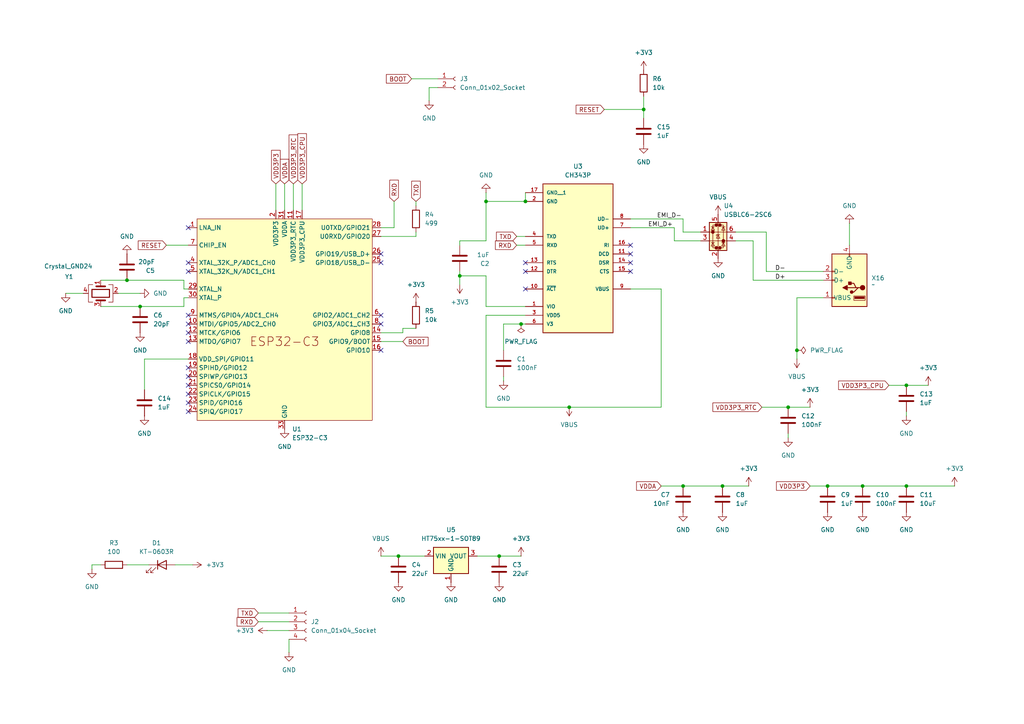
<source format=kicad_sch>
(kicad_sch (version 20231120) (generator "eeschema") (generator_version "8.0")
  (paper "A4")
  (lib_symbols
    (symbol "Connector:Conn_01x02_Socket" (pin_names (offset 1.016) hide)
      (property "Reference" "J" (at 0 2.54 0))
      (property "Value" "Conn_01x02_Socket" (at 0 -5.08 0))
      (symbol "Conn_01x02_Socket_1_1"
        (arc (start 0 -2.032) (mid -0.5058 -2.54) (end 0 -3.048) (stroke (width 0.1524)))
        (polyline (pts (xy -1.27 -2.54) (xy -0.508 -2.54)) (stroke (width 0.1524)))
        (polyline (pts (xy -1.27 0) (xy -0.508 0)) (stroke (width 0.1524)))
        (arc (start 0 0.508) (mid -0.5058 0) (end 0 -0.508) (stroke (width 0.1524)))
        (pin passive line (at -5.08 0 0) (length 3.81) (name "Pin_1") (number "1"))
        (pin passive line (at -5.08 -2.54 0) (length 3.81) (name "Pin_2") (number "2"))
      )
    )
    (symbol "Connector:Conn_01x04_Socket" (pin_names (offset 1.016) hide)
      (property "Reference" "J" (at 0 5.08 0))
      (property "Value" "Conn_01x04_Socket" (at 0 -7.62 0))
      (symbol "Conn_01x04_Socket_1_1"
        (arc (start 0 -4.572) (mid -0.5058 -5.08) (end 0 -5.588) (stroke (width 0.1524)))
        (arc (start 0 -2.032) (mid -0.5058 -2.54) (end 0 -3.048) (stroke (width 0.1524)))
        (polyline (pts (xy -1.27 -5.08) (xy -0.508 -5.08)) (stroke (width 0.1524)))
        (polyline (pts (xy -1.27 -2.54) (xy -0.508 -2.54)) (stroke (width 0.1524)))
        (polyline (pts (xy -1.27 0) (xy -0.508 0)) (stroke (width 0.1524)))
        (polyline (pts (xy -1.27 2.54) (xy -0.508 2.54)) (stroke (width 0.1524)))
        (arc (start 0 0.508) (mid -0.5058 0) (end 0 -0.508) (stroke (width 0.1524)))
        (arc (start 0 3.048) (mid -0.5058 2.54) (end 0 2.032) (stroke (width 0.1524)))
        (pin passive line (at -5.08 2.54 0) (length 3.81) (name "Pin_1") (number "1"))
        (pin passive line (at -5.08 0 0) (length 3.81) (name "Pin_2") (number "2"))
        (pin passive line (at -5.08 -2.54 0) (length 3.81) (name "Pin_3") (number "3"))
        (pin passive line (at -5.08 -5.08 0) (length 3.81) (name "Pin_4") (number "4"))
      )
    )
    (symbol "Device:C" (pin_numbers hide) (pin_names (offset 0.254))
      (property "Reference" "C" (at 0.635 2.54 0))
      (property "Value" "C" (at 0.635 -2.54 0))
      (symbol "C_0_1"
        (polyline (pts (xy -2.032 -0.762) (xy 2.032 -0.762)) (stroke (width 0.508)))
        (polyline (pts (xy -2.032 0.762) (xy 2.032 0.762)) (stroke (width 0.508)))
      )
      (symbol "C_1_1"
        (pin passive line (at 0 3.81 270) (length 2.794) (name "~") (number "1"))
        (pin passive line (at 0 -3.81 90) (length 2.794) (name "~") (number "2"))
      )
    )
    (symbol "Device:Crystal_GND24" (pin_names (offset 1.016) hide)
      (property "Reference" "Y" (at 3.175 5.08 0))
      (property "Value" "Crystal_GND24" (at 3.175 3.175 0))
      (symbol "Crystal_GND24_0_1"
        (rectangle (start -1.143 2.54) (end 1.143 -2.54) (stroke (width 0.3048)))
        (polyline (pts (xy -2.54 0) (xy -2.032 0)))
        (polyline (pts (xy -2.032 -1.27) (xy -2.032 1.27)) (stroke (width 0.508)))
        (polyline (pts (xy 0 -3.81) (xy 0 -3.556)))
        (polyline (pts (xy 0 3.556) (xy 0 3.81)))
        (polyline (pts (xy 2.032 -1.27) (xy 2.032 1.27)) (stroke (width 0.508)))
        (polyline (pts (xy 2.032 0) (xy 2.54 0)))
        (polyline (pts (xy -2.54 -2.286) (xy -2.54 -3.556) (xy 2.54 -3.556) (xy 2.54 -2.286)))
        (polyline (pts (xy -2.54 2.286) (xy -2.54 3.556) (xy 2.54 3.556) (xy 2.54 2.286)))
      )
      (symbol "Crystal_GND24_1_1"
        (pin passive line (at -3.81 0 0) (length 1.27) (name "1") (number "1"))
        (pin passive line (at 0 5.08 270) (length 1.27) (name "2") (number "2"))
        (pin passive line (at 3.81 0 180) (length 1.27) (name "3") (number "3"))
        (pin passive line (at 0 -5.08 90) (length 1.27) (name "4") (number "4"))
      )
    )
    (symbol "Device:LED" (pin_numbers hide) (pin_names (offset 1.016) hide)
      (property "Reference" "D" (at 0 2.54 0))
      (property "Value" "LED" (at 0 -2.54 0))
      (symbol "LED_0_1"
        (polyline (pts (xy -1.27 -1.27) (xy -1.27 1.27)) (stroke (width 0.254)))
        (polyline (pts (xy -1.27 0) (xy 1.27 0)))
        (polyline (pts (xy 1.27 -1.27) (xy 1.27 1.27) (xy -1.27 0) (xy 1.27 -1.27)) (stroke (width 0.254)))
        (polyline (pts (xy -3.048 -0.762) (xy -4.572 -2.286) (xy -3.81 -2.286) (xy -4.572 -2.286) (xy -4.572 -1.524)))
        (polyline (pts (xy -1.778 -0.762) (xy -3.302 -2.286) (xy -2.54 -2.286) (xy -3.302 -2.286) (xy -3.302 -1.524)))
      )
      (symbol "LED_1_1"
        (pin passive line (at -3.81 0 0) (length 2.54) (name "K") (number "1"))
        (pin passive line (at 3.81 0 180) (length 2.54) (name "A") (number "2"))
      )
    )
    (symbol "Device:R" (pin_numbers hide) (pin_names (offset 0))
      (property "Reference" "R" (at 2.032 0 90))
      (property "Value" "R" (at 0 0 90))
      (symbol "R_0_1"
        (rectangle (start -1.016 -2.54) (end 1.016 2.54) (stroke (width 0.254)))
      )
      (symbol "R_1_1"
        (pin passive line (at 0 3.81 270) (length 1.27) (name "~") (number "1"))
        (pin passive line (at 0 -3.81 90) (length 1.27) (name "~") (number "2"))
      )
    )
    (symbol "Misc:USB_C_Connector"
      (property "Reference" "C" (at 0 0 0))
      (symbol "USB_C_Connector_0_1"
        (rectangle (start -19.05 3.81) (end -8.89 19.05) (stroke (width 0.254)) (fill (type background)))
        (circle (center -17.78 13.589) (radius 0.635) (stroke (width 0.254)) (fill (type outline)))
        (rectangle (start -15.494 16.256) (end -18.288 16.764) (fill (type outline)))
        (rectangle (start -15.24 16.002) (end -18.542 17.272))
        (circle (center -14.605 14.859) (radius 0.381) (stroke (width 0.254)) (fill (type outline)))
        (rectangle (start -14.097 3.81) (end -13.843 4.572))
        (rectangle (start -13.716 12.7) (end -14.478 11.938) (stroke (width 0.254)) (fill (type outline)))
        (rectangle (start -8.89 8.763) (end -9.652 9.017))
        (rectangle (start -8.89 11.303) (end -9.652 11.557))
        (rectangle (start -8.89 16.383) (end -9.652 16.637))
        (polyline (pts (xy -17.145 13.589) (xy -16.51 13.589) (xy -15.24 14.859) (xy -14.605 14.859)) (stroke (width 0.254)))
        (polyline (pts (xy -16.51 13.589) (xy -15.875 13.589) (xy -15.24 12.319) (xy -13.97 12.319)) (stroke (width 0.254)))
        (polyline (pts (xy -13.335 14.224) (xy -13.335 12.954) (xy -12.065 13.589) (xy -13.335 14.224)) (stroke (width 0.254)) (fill (type outline)))
      )
      (symbol "USB_C_Connector_1_1"
        (polyline (pts (xy -15.875 13.589) (xy -13.335 13.589)) (stroke (width 0.254)))
        (pin power_in line (at -6.35 16.51 180) (length 2.54) (name "VBUS") (number "1"))
        (pin bidirectional line (at -6.35 8.89 180) (length 2.54) (name "D-") (number "2"))
        (pin bidirectional line (at -6.35 11.43 180) (length 2.54) (name "D+") (number "3"))
        (pin power_in line (at -13.97 1.27 90) (length 2.54) (name "GND") (number "4"))
      )
    )
    (symbol "PCM_CH343P:CH343P" (pin_names (offset 1.016))
      (property "Reference" "U" (at -10.16 21.082 0))
      (property "Value" "CH343P" (at -10.16 -25.4 0))
      (symbol "CH343P_0_0"
        (rectangle (start -10.16 -22.86) (end 10.16 20.32) (stroke (width 0.254)) (fill (type background)))
        (pin power_in line (at 15.24 12.7 180) (length 5.08) (name "VIO") (number "1"))
        (pin output line (at 15.24 7.62 180) (length 5.08) (name "~{ACT}") (number "10"))
        (pin input line (at -15.24 -2.54 0) (length 5.08) (name "DCD") (number "11"))
        (pin output line (at 15.24 2.54 180) (length 5.08) (name "DTR") (number "12"))
        (pin output line (at 15.24 0 180) (length 5.08) (name "RTS") (number "13"))
        (pin input line (at -15.24 0 0) (length 5.08) (name "DSR") (number "14"))
        (pin input line (at -15.24 2.54 0) (length 5.08) (name "CTS") (number "15"))
        (pin input line (at -15.24 -5.08 0) (length 5.08) (name "RI") (number "16"))
        (pin power_in line (at 15.24 -20.32 180) (length 5.08) (name "GND__1") (number "17"))
        (pin power_in line (at 15.24 -17.78 180) (length 5.08) (name "GND") (number "2"))
        (pin power_in line (at 15.24 15.24 180) (length 5.08) (name "VDD5") (number "3"))
        (pin output line (at 15.24 -7.62 180) (length 5.08) (name "TXD") (number "4"))
        (pin input line (at 15.24 -5.08 180) (length 5.08) (name "RXD") (number "5"))
        (pin power_in line (at 15.24 17.78 180) (length 5.08) (name "V3") (number "6"))
        (pin bidirectional line (at -15.24 -10.16 0) (length 5.08) (name "UD+") (number "7"))
        (pin bidirectional line (at -15.24 -12.7 0) (length 5.08) (name "UD-") (number "8"))
        (pin input line (at -15.24 7.62 0) (length 5.08) (name "VBUS") (number "9"))
      )
    )
    (symbol "PCM_Espressif:ESP32-C3"
      (property "Reference" "U" (at -25.4 35.56 0))
      (property "Value" "ESP32-C3" (at -25.4 33.02 0))
      (symbol "ESP32-C3_0_0"
        (text "ESP32-C3" (at 0 -5.08 0) (effects (font (size 2.54 2.54))))
        (pin bidirectional line (at -27.94 27.94 0) (length 2.54) (name "LNA_IN") (number "1"))
        (pin bidirectional line (at -27.94 0 0) (length 2.54) (name "MTDI/GPIO5/ADC2_CH0") (number "10"))
        (pin power_in line (at 2.54 33.02 270) (length 2.54) (name "VDD3P3_RTC") (number "11"))
        (pin bidirectional line (at -27.94 -2.54 0) (length 2.54) (name "MTCK/GPIO6") (number "12"))
        (pin bidirectional line (at -27.94 -5.08 0) (length 2.54) (name "MTDO/GPIO7") (number "13"))
        (pin bidirectional line (at 27.94 -2.54 180) (length 2.54) (name "GPIO8") (number "14"))
        (pin bidirectional line (at 27.94 -5.08 180) (length 2.54) (name "GPIO9/BOOT") (number "15"))
        (pin bidirectional line (at 27.94 -7.62 180) (length 2.54) (name "GPIO10") (number "16"))
        (pin power_in line (at 5.08 33.02 270) (length 2.54) (name "VDD3P3_CPU") (number "17"))
        (pin bidirectional line (at -27.94 -10.16 0) (length 2.54) (name "VDD_SPI/GPIO11") (number "18"))
        (pin bidirectional line (at -27.94 -12.7 0) (length 2.54) (name "SPIHD/GPIO12") (number "19"))
        (pin power_in line (at -2.54 33.02 270) (length 2.54) (name "VDD3P3") (number "2"))
        (pin bidirectional line (at -27.94 -15.24 0) (length 2.54) (name "SPIWP/GPIO13") (number "20"))
        (pin bidirectional line (at -27.94 -17.78 0) (length 2.54) (name "SPICS0/GPIO14") (number "21"))
        (pin bidirectional line (at -27.94 -20.32 0) (length 2.54) (name "SPICLK/GPIO15") (number "22"))
        (pin bidirectional line (at -27.94 -22.86 0) (length 2.54) (name "SPID/GPIO16") (number "23"))
        (pin bidirectional line (at -27.94 -25.4 0) (length 2.54) (name "SPIQ/GPIO17") (number "24"))
        (pin bidirectional line (at 27.94 17.78 180) (length 2.54) (name "GPIO18/USB_D-") (number "25"))
        (pin bidirectional line (at 27.94 20.32 180) (length 2.54) (name "GPIO19/USB_D+") (number "26"))
        (pin bidirectional line (at 27.94 25.4 180) (length 2.54) (name "U0RXD/GPIO20") (number "27"))
        (pin bidirectional line (at 27.94 27.94 180) (length 2.54) (name "U0TXD/GPIO21") (number "28"))
        (pin output line (at -27.94 10.16 0) (length 2.54) (name "XTAL_N") (number "29"))
        (pin input line (at -27.94 7.62 0) (length 2.54) (name "XTAL_P") (number "30"))
        (pin power_in line (at 0 33.02 270) (length 2.54) (name "VDDA") (number "31"))
        (pin power_in line (at 0 -30.48 90) (length 2.54) (name "GND") (number "33"))
        (pin output line (at -27.94 17.78 0) (length 2.54) (name "XTAL_32K_P/ADC1_CH0") (number "4"))
        (pin input line (at -27.94 15.24 0) (length 2.54) (name "XTAL_32K_N/ADC1_CH1") (number "5"))
        (pin bidirectional line (at 27.94 2.54 180) (length 2.54) (name "GPIO2/ADC1_CH2") (number "6"))
        (pin input line (at -27.94 22.86 0) (length 2.54) (name "CHIP_EN") (number "7"))
        (pin bidirectional line (at 27.94 0 180) (length 2.54) (name "GPIO3/ADC1_CH3") (number "8"))
        (pin bidirectional line (at -27.94 2.54 0) (length 2.54) (name "MTMS/GPIO4/ADC1_CH4") (number "9"))
      )
      (symbol "ESP32-C3_0_1"
        (rectangle (start -25.4 30.48) (end 25.4 -27.94) (fill (type background)))
        (pin passive line (at -2.54 33.02 270) (length 2.54) hide (name "VDD3P3") (number "3"))
        (pin passive line (at 0 33.02 270) (length 2.54) hide (name "VDDA") (number "32"))
      )
    )
    (symbol "Power_Protection:USBLC6-2SC6" (pin_names hide)
      (property "Reference" "U" (at 0.635 5.715 0))
      (property "Value" "USBLC6-2SC6" (at 0.635 3.81 0))
      (symbol "USBLC6-2SC6_0_0"
        (circle (center -1.524 0) (radius 0.0001) (stroke (width 0.508)))
        (circle (center -0.508 -4.572) (radius 0.0001) (stroke (width 0.508)))
        (circle (center -0.508 2.032) (radius 0.0001) (stroke (width 0.508)))
        (circle (center 0.508 -4.572) (radius 0.0001) (stroke (width 0.508)))
        (circle (center 0.508 2.032) (radius 0.0001) (stroke (width 0.508)))
        (circle (center 1.524 -2.54) (radius 0.0001) (stroke (width 0.508)))
      )
      (symbol "USBLC6-2SC6_0_1"
        (polyline (pts (xy -2.54 -2.54) (xy 2.54 -2.54)))
        (polyline (pts (xy -2.54 0) (xy 2.54 0)))
        (polyline (pts (xy -2.032 -3.048) (xy -1.016 -3.048)))
        (polyline (pts (xy -1.016 1.524) (xy -2.032 1.524)))
        (polyline (pts (xy 1.016 -3.048) (xy 2.032 -3.048)))
        (polyline (pts (xy 1.016 1.524) (xy 2.032 1.524)))
        (polyline (pts (xy -0.508 -1.143) (xy -0.508 -0.762) (xy 0.508 -0.762)))
        (polyline (pts (xy -2.032 0.508) (xy -1.016 0.508) (xy -1.524 1.524) (xy -2.032 0.508)))
        (polyline (pts (xy -1.016 -4.064) (xy -2.032 -4.064) (xy -1.524 -3.048) (xy -1.016 -4.064)))
        (polyline (pts (xy 0.508 -1.778) (xy -0.508 -1.778) (xy 0 -0.762) (xy 0.508 -1.778)))
        (polyline (pts (xy 2.032 -4.064) (xy 1.016 -4.064) (xy 1.524 -3.048) (xy 2.032 -4.064)))
        (polyline (pts (xy 2.032 0.508) (xy 1.016 0.508) (xy 1.524 1.524) (xy 2.032 0.508)))
        (polyline (pts (xy 0 2.54) (xy -0.508 2.032) (xy 0.508 2.032) (xy 0 1.524) (xy 0 -4.064) (xy -0.508 -4.572) (xy 0.508 -4.572) (xy 0 -5.08)))
      )
      (symbol "USBLC6-2SC6_1_1"
        (rectangle (start -2.54 2.794) (end 2.54 -5.334) (stroke (width 0.254)) (fill (type background)))
        (polyline (pts (xy -0.508 2.032) (xy -1.524 2.032) (xy -1.524 -4.572) (xy -0.508 -4.572)))
        (polyline (pts (xy 0.508 -4.572) (xy 1.524 -4.572) (xy 1.524 2.032) (xy 0.508 2.032)))
        (pin passive line (at -5.08 0 0) (length 2.54) (name "I/O1") (number "1"))
        (pin passive line (at 0 -7.62 90) (length 2.54) (name "GND") (number "2"))
        (pin passive line (at -5.08 -2.54 0) (length 2.54) (name "I/O2") (number "3"))
        (pin passive line (at 5.08 -2.54 180) (length 2.54) (name "I/O2") (number "4"))
        (pin passive line (at 0 5.08 270) (length 2.54) (name "VBUS") (number "5"))
        (pin passive line (at 5.08 0 180) (length 2.54) (name "I/O1") (number "6"))
      )
    )
    (symbol "Regulator_Linear:HT75xx-1-SOT89"
      (property "Reference" "U" (at -5.08 -3.81 0))
      (property "Value" "HT75xx-1-SOT89" (at 0 6.35 0))
      (symbol "HT75xx-1-SOT89_0_1"
        (rectangle (start -5.08 5.08) (end 5.08 -2.54) (stroke (width 0.254)) (fill (type background)))
      )
      (symbol "HT75xx-1-SOT89_1_1"
        (pin power_in line (at 0 -5.08 90) (length 2.54) (name "GND") (number "1"))
        (pin power_in line (at -7.62 2.54 0) (length 2.54) (name "VIN") (number "2"))
        (pin power_out line (at 7.62 2.54 180) (length 2.54) (name "VOUT") (number "3"))
      )
    )
    (symbol "power:+3V3" (power) (pin_numbers hide) (pin_names (offset 0) hide)
      (property "Value" "+3V3" (at 0 3.556 0))
      (symbol "+3V3_0_1"
        (polyline (pts (xy -0.762 1.27) (xy 0 2.54)))
        (polyline (pts (xy 0 0) (xy 0 2.54)))
        (polyline (pts (xy 0 2.54) (xy 0.762 1.27)))
      )
      (symbol "+3V3_1_1"
        (pin power_in line (at 0 0 90) (length 0) (name "~") (number "1"))
      )
    )
    (symbol "power:+5V" (power) (pin_numbers hide) (pin_names (offset 0) hide)
      (property "Value" "+5V" (at 0 3.556 0))
      (symbol "+5V_0_1"
        (polyline (pts (xy -0.762 1.27) (xy 0 2.54)))
        (polyline (pts (xy 0 0) (xy 0 2.54)))
        (polyline (pts (xy 0 2.54) (xy 0.762 1.27)))
      )
      (symbol "+5V_1_1"
        (pin power_in line (at 0 0 90) (length 0) (name "~") (number "1"))
      )
    )
    (symbol "power:GND" (power) (pin_numbers hide) (pin_names (offset 0) hide)
      (property "Value" "GND" (at 0 -3.81 0))
      (symbol "GND_0_1"
        (polyline (pts (xy 0 0) (xy 0 -1.27) (xy 1.27 -1.27) (xy 0 -2.54) (xy -1.27 -1.27) (xy 0 -1.27)))
      )
      (symbol "GND_1_1"
        (pin power_in line (at 0 0 270) (length 0) (name "~") (number "1"))
      )
    )
    (symbol "power:PWR_FLAG" (power) (pin_numbers hide) (pin_names (offset 0) hide)
      (property "Value" "PWR_FLAG" (at 0 3.81 0))
      (symbol "PWR_FLAG_0_0"
        (pin power_out line (at 0 0 90) (length 0) (name "~") (number "1"))
      )
      (symbol "PWR_FLAG_0_1"
        (polyline (pts (xy 0 0) (xy 0 1.27) (xy -1.016 1.905) (xy 0 2.54) (xy 1.016 1.905) (xy 0 1.27)))
      )
    )
    (symbol "power:VBUS" (power) (pin_numbers hide) (pin_names (offset 0) hide)
      (property "Value" "VBUS" (at 0 3.556 0))
      (symbol "VBUS_0_1"
        (polyline (pts (xy -0.762 1.27) (xy 0 2.54)))
        (polyline (pts (xy 0 0) (xy 0 2.54)))
        (polyline (pts (xy 0 2.54) (xy 0.762 1.27)))
      )
      (symbol "VBUS_1_1"
        (pin power_in line (at 0 0 90) (length 0) (name "~") (number "1"))
      )
    )
  )
  (junction (at 209.55 140.97))
  (junction (at 228.6 118.11))
  (junction (at 262.89 111.76))
  (junction (at 165.1 118.11))
  (junction (at 40.64 88.9))
  (junction (at 144.78 161.29))
  (junction (at 250.19 140.97))
  (junction (at 133.35 80.01))
  (junction (at 115.57 161.29))
  (junction (at 152.4 58.42))
  (junction (at 231.14 101.6))
  (junction (at 186.69 31.75))
  (junction (at 151.13 93.98))
  (junction (at 36.83 81.28))
  (junction (at 262.89 140.97))
  (junction (at 240.03 140.97))
  (junction (at 198.12 140.97))
  (junction (at 140.97 58.42))
  (no_connect (at 54.61 114.3))
  (no_connect (at 110.49 91.44))
  (no_connect (at 182.88 71.12))
  (no_connect (at 152.4 83.82))
  (no_connect (at 54.61 111.76))
  (no_connect (at 152.4 78.74))
  (no_connect (at 54.61 91.44))
  (no_connect (at 54.61 66.04))
  (no_connect (at 54.61 119.38))
  (no_connect (at 54.61 78.74))
  (no_connect (at 54.61 96.52))
  (no_connect (at 110.49 73.66))
  (no_connect (at 54.61 106.68))
  (no_connect (at 54.61 76.2))
  (no_connect (at 54.61 99.06))
  (no_connect (at 54.61 116.84))
  (no_connect (at 182.88 76.2))
  (no_connect (at 182.88 78.74))
  (no_connect (at 54.61 109.22))
  (no_connect (at 110.49 76.2))
  (no_connect (at 110.49 101.6))
  (no_connect (at 54.61 93.98))
  (no_connect (at 182.88 73.66))
  (no_connect (at 152.4 76.2))
  (no_connect (at 110.49 93.98))
  (wire (pts (xy 198.12 67.31) (xy 203.2 67.31)))
  (wire (pts (xy 218.44 69.85) (xy 218.44 81.28)))
  (wire (pts (xy 133.35 80.01) (xy 133.35 78.74)))
  (wire (pts (xy 133.35 69.85) (xy 133.35 71.12)))
  (wire (pts (xy 133.35 82.55) (xy 133.35 80.01)))
  (wire (pts (xy 152.4 55.88) (xy 152.4 58.42)))
  (wire (pts (xy 218.44 81.28) (xy 238.76 81.28)))
  (wire (pts (xy 80.01 53.34) (xy 80.01 60.96)))
  (wire (pts (xy 127 25.4) (xy 124.46 25.4)))
  (wire (pts (xy 110.49 96.52) (xy 116.84 96.52)))
  (wire (pts (xy 151.13 93.98) (xy 152.4 93.98)))
  (wire (pts (xy 120.65 68.58) (xy 120.65 67.31)))
  (wire (pts (xy 144.78 161.29) (xy 151.13 161.29)))
  (wire (pts (xy 191.77 118.11) (xy 191.77 83.82)))
  (wire (pts (xy 186.69 31.75) (xy 186.69 27.94)))
  (wire (pts (xy 238.76 78.74) (xy 222.25 78.74)))
  (wire (pts (xy 40.64 88.9) (xy 53.34 88.9)))
  (wire (pts (xy 36.83 81.28) (xy 53.34 81.28)))
  (wire (pts (xy 116.84 95.25) (xy 120.65 95.25)))
  (wire (pts (xy 203.2 69.85) (xy 195.58 69.85)))
  (wire (pts (xy 209.55 140.97) (xy 217.17 140.97)))
  (wire (pts (xy 140.97 69.85) (xy 140.97 58.42)))
  (wire (pts (xy 191.77 83.82) (xy 182.88 83.82)))
  (wire (pts (xy 116.84 96.52) (xy 116.84 95.25)))
  (wire (pts (xy 231.14 86.36) (xy 231.14 101.6)))
  (wire (pts (xy 50.8 163.83) (xy 55.88 163.83)))
  (wire (pts (xy 74.93 180.34) (xy 83.82 180.34)))
  (wire (pts (xy 110.49 68.58) (xy 120.65 68.58)))
  (wire (pts (xy 54.61 104.14) (xy 41.91 104.14)))
  (wire (pts (xy 140.97 55.88) (xy 140.97 58.42)))
  (wire (pts (xy 140.97 118.11) (xy 165.1 118.11)))
  (wire (pts (xy 222.25 78.74) (xy 222.25 67.31)))
  (wire (pts (xy 119.38 22.86) (xy 127 22.86)))
  (wire (pts (xy 24.13 85.09) (xy 19.05 85.09)))
  (wire (pts (xy 250.19 140.97) (xy 262.89 140.97)))
  (wire (pts (xy 149.86 68.58) (xy 152.4 68.58)))
  (wire (pts (xy 53.34 83.82) (xy 54.61 83.82)))
  (wire (pts (xy 29.21 81.28) (xy 36.83 81.28)))
  (wire (pts (xy 186.69 31.75) (xy 186.69 34.29)))
  (wire (pts (xy 182.88 63.5) (xy 198.12 63.5)))
  (wire (pts (xy 53.34 88.9) (xy 53.34 86.36)))
  (wire (pts (xy 257.81 111.76) (xy 262.89 111.76)))
  (wire (pts (xy 77.47 182.88) (xy 83.82 182.88)))
  (wire (pts (xy 53.34 81.28) (xy 53.34 83.82)))
  (wire (pts (xy 53.34 86.36) (xy 54.61 86.36)))
  (wire (pts (xy 234.95 140.97) (xy 240.03 140.97)))
  (wire (pts (xy 110.49 161.29) (xy 115.57 161.29)))
  (wire (pts (xy 218.44 69.85) (xy 213.36 69.85)))
  (wire (pts (xy 262.89 140.97) (xy 276.86 140.97)))
  (wire (pts (xy 140.97 58.42) (xy 152.4 58.42)))
  (wire (pts (xy 140.97 91.44) (xy 140.97 118.11)))
  (wire (pts (xy 82.55 53.34) (xy 82.55 60.96)))
  (wire (pts (xy 138.43 161.29) (xy 144.78 161.29)))
  (wire (pts (xy 115.57 161.29) (xy 123.19 161.29)))
  (wire (pts (xy 26.67 163.83) (xy 26.67 165.1)))
  (wire (pts (xy 110.49 99.06) (xy 116.84 99.06)))
  (wire (pts (xy 238.76 86.36) (xy 231.14 86.36)))
  (wire (pts (xy 41.91 104.14) (xy 41.91 113.03)))
  (wire (pts (xy 191.77 140.97) (xy 198.12 140.97)))
  (wire (pts (xy 228.6 118.11) (xy 234.95 118.11)))
  (wire (pts (xy 146.05 93.98) (xy 151.13 93.98)))
  (wire (pts (xy 83.82 185.42) (xy 83.82 189.23)))
  (wire (pts (xy 240.03 140.97) (xy 250.19 140.97)))
  (wire (pts (xy 140.97 88.9) (xy 140.97 80.01)))
  (wire (pts (xy 48.26 71.12) (xy 54.61 71.12)))
  (wire (pts (xy 36.83 163.83) (xy 43.18 163.83)))
  (wire (pts (xy 85.09 53.34) (xy 85.09 60.96)))
  (wire (pts (xy 198.12 140.97) (xy 209.55 140.97)))
  (wire (pts (xy 262.89 119.38) (xy 262.89 120.65)))
  (wire (pts (xy 246.38 64.77) (xy 246.38 71.12)))
  (wire (pts (xy 152.4 91.44) (xy 140.97 91.44)))
  (wire (pts (xy 175.26 31.75) (xy 186.69 31.75)))
  (wire (pts (xy 87.63 53.34) (xy 87.63 60.96)))
  (wire (pts (xy 228.6 125.73) (xy 228.6 127)))
  (wire (pts (xy 114.3 58.42) (xy 114.3 66.04)))
  (wire (pts (xy 133.35 69.85) (xy 140.97 69.85)))
  (wire (pts (xy 140.97 80.01) (xy 133.35 80.01)))
  (wire (pts (xy 29.21 88.9) (xy 40.64 88.9)))
  (wire (pts (xy 40.64 85.09) (xy 34.29 85.09)))
  (wire (pts (xy 149.86 71.12) (xy 152.4 71.12)))
  (wire (pts (xy 124.46 25.4) (xy 124.46 29.21)))
  (wire (pts (xy 222.25 67.31) (xy 213.36 67.31)))
  (wire (pts (xy 120.65 59.69) (xy 120.65 58.42)))
  (wire (pts (xy 182.88 66.04) (xy 195.58 66.04)))
  (wire (pts (xy 165.1 118.11) (xy 191.77 118.11)))
  (wire (pts (xy 146.05 109.22) (xy 146.05 110.49)))
  (wire (pts (xy 262.89 111.76) (xy 269.24 111.76)))
  (wire (pts (xy 114.3 66.04) (xy 110.49 66.04)))
  (wire (pts (xy 146.05 101.6) (xy 146.05 93.98)))
  (wire (pts (xy 152.4 88.9) (xy 140.97 88.9)))
  (wire (pts (xy 29.21 163.83) (xy 26.67 163.83)))
  (wire (pts (xy 74.93 177.8) (xy 83.82 177.8)))
  (wire (pts (xy 198.12 63.5) (xy 198.12 67.31)))
  (wire (pts (xy 195.58 69.85) (xy 195.58 66.04)))
  (wire (pts (xy 231.14 104.14) (xy 231.14 101.6)))
  (wire (pts (xy 220.98 118.11) (xy 228.6 118.11)))
  (label "EMI_D+" (at 187.96 66.04 0))
  (label "EMI_D-" (at 190.5 63.5 0))
  (label "D-" (at 224.79 78.74 0))
  (label "D+" (at 224.79 81.28 0))
  (global_label "VDD3P3_CPU" (shape input) (at 257.81 111.76 180) (property "Intersheetrefs" "${INTERSHEET_REFS}" (effects (hide yes))))
  (global_label "RXD" (shape input) (at 114.3 58.42 90) (property "Intersheetrefs" "${INTERSHEET_REFS}" (effects (hide yes))))
  (global_label "TXD" (shape input) (at 120.65 58.42 90) (property "Intersheetrefs" "${INTERSHEET_REFS}" (effects (hide yes))))
  (global_label "RESET" (shape input) (at 175.26 31.75 180) (property "Intersheetrefs" "${INTERSHEET_REFS}" (effects (hide yes))))
  (global_label "VDD3P3_RTC" (shape input) (at 220.98 118.11 180) (property "Intersheetrefs" "${INTERSHEET_REFS}" (effects (hide yes))))
  (global_label "VDD3P3_RTC" (shape input) (at 85.09 53.34 90) (property "Intersheetrefs" "${INTERSHEET_REFS}" (effects (hide yes))))
  (global_label "BOOT" (shape input) (at 116.84 99.06 0) (property "Intersheetrefs" "${INTERSHEET_REFS}" (effects (hide yes))))
  (global_label "RESET" (shape input) (at 48.26 71.12 180) (property "Intersheetrefs" "${INTERSHEET_REFS}" (effects (hide yes))))
  (global_label "VDDA" (shape input) (at 191.77 140.97 180) (property "Intersheetrefs" "${INTERSHEET_REFS}" (effects (hide yes))))
  (global_label "BOOT" (shape input) (at 119.38 22.86 180) (property "Intersheetrefs" "${INTERSHEET_REFS}" (effects (hide yes))))
  (global_label "VDD3P3_CPU" (shape input) (at 87.63 53.34 90) (property "Intersheetrefs" "${INTERSHEET_REFS}" (effects (hide yes))))
  (global_label "VDD3P3" (shape input) (at 234.95 140.97 180) (property "Intersheetrefs" "${INTERSHEET_REFS}" (effects (hide yes))))
  (global_label "TXD" (shape input) (at 74.93 177.8 180) (property "Intersheetrefs" "${INTERSHEET_REFS}" (effects (hide yes))))
  (global_label "TXD" (shape input) (at 149.86 68.58 180) (property "Intersheetrefs" "${INTERSHEET_REFS}" (effects (hide yes))))
  (global_label "RXD" (shape input) (at 149.86 71.12 180) (property "Intersheetrefs" "${INTERSHEET_REFS}" (effects (hide yes))))
  (global_label "VDDA" (shape input) (at 82.55 53.34 90) (property "Intersheetrefs" "${INTERSHEET_REFS}" (effects (hide yes))))
  (global_label "VDD3P3" (shape input) (at 80.01 53.34 90) (property "Intersheetrefs" "${INTERSHEET_REFS}" (effects (hide yes))))
  (global_label "RXD" (shape input) (at 74.93 180.34 180) (property "Intersheetrefs" "${INTERSHEET_REFS}" (effects (hide yes))))
  (symbol (lib_id "Device:R") (at 186.69 24.13 0) (unit 1)
    (property "Reference" "R6" (at 189.23 22.8599 0) (effects (justify left)))
    (property "Value" "10k" (at 189.23 25.3999 0) (effects (justify left)))
    (property "Footprint" "Resistor_SMD:R_0603_1608Metric" (effects (hide yes)))
    (property "Description" "Resistor" (effects (hide yes)))
  )
  (symbol (lib_id "power:GND") (at 208.28 74.93 0) (unit 1)
    (property "Reference" "#PWR011" (effects (hide yes)))
    (property "Value" "GND" (at 208.28 80.01 0))
    (property "Description" "Power symbol creates a global label with name \"GND\" , ground" (effects (hide yes)))
  )
  (symbol (lib_id "power:GND") (at 198.12 148.59 0) (unit 1)
    (property "Reference" "#PWR021" (effects (hide yes)))
    (property "Value" "GND" (at 198.12 153.67 0))
    (property "Description" "Power symbol creates a global label with name \"GND\" , ground" (effects (hide yes)))
  )
  (symbol (lib_id "power:GND") (at 83.82 189.23 0) (unit 1)
    (property "Reference" "#PWR033" (effects (hide yes)))
    (property "Value" "GND" (at 83.82 194.31 0))
    (property "Description" "Power symbol creates a global label with name \"GND\" , ground" (effects (hide yes)))
  )
  (symbol (lib_id "power:GND") (at 240.03 148.59 0) (unit 1)
    (property "Reference" "#PWR029" (effects (hide yes)))
    (property "Value" "GND" (at 240.03 153.67 0))
    (property "Description" "Power symbol creates a global label with name \"GND\" , ground" (effects (hide yes)))
  )
  (symbol (lib_id "power:GND") (at 144.78 168.91 0) (unit 1)
    (property "Reference" "#PWR015" (effects (hide yes)))
    (property "Value" "GND" (at 144.78 173.99 0))
    (property "Description" "Power symbol creates a global label with name \"GND\" , ground" (effects (hide yes)))
  )
  (symbol (lib_id "PCM_CH343P:CH343P") (at 167.64 76.2 180) (unit 1)
    (property "Reference" "U3" (at 167.64 48.26 0))
    (property "Value" "CH343P" (at 167.64 50.8 0))
    (property "Footprint" "Misc:CH343P" (effects (hide yes)))
    (property "MF" "WCH" (effects (hide yes)))
    (property "MAXIMUM_PACKAGE_HEIGHT" "0.8mm" (effects (hide yes)))
    (property "Package" "Package" (effects (hide yes)))
    (property "Price" "None" (effects (hide yes)))
    (property "Check_prices" "https://www.snapeda.com/parts/CH343P/WCH/view-part/?ref=eda" (effects (hide yes)))
    (property "STANDARD" "IPC-7351B" (effects (hide yes)))
    (property "PARTREV" "1E" (effects (hide yes)))
    (property "SnapEDA_Link" "https://www.snapeda.com/parts/CH343P/WCH/view-part/?ref=snap" (effects (hide yes)))
    (property "MP" "CH343P" (effects (hide yes)))
    (property "Description_1" "\n                        \n                            USB to High-Speed Serial Chip CH343\n                        \n" (effects (hide yes)))
    (property "MANUFACTURER" "WCH" (effects (hide yes)))
    (property "Availability" "Not in stock" (effects (hide yes)))
    (property "SNAPEDA_PN" "CH343P" (effects (hide yes)))
  )
  (symbol (lib_id "Device:C") (at 133.35 74.93 180) (unit 1)
    (property "Reference" "C2" (at 141.986 76.454 0) (effects (justify left)))
    (property "Value" "1uF" (at 141.986 73.914 0) (effects (justify left)))
    (property "Footprint" "Capacitor_SMD:C_0603_1608Metric" (effects (hide yes)))
    (property "Description" "Unpolarized capacitor" (effects (hide yes)))
  )
  (symbol (lib_id "Device:C") (at 262.89 144.78 0) (unit 1)
    (property "Reference" "C11" (at 266.7 143.5099 0) (effects (justify left)))
    (property "Value" "10uF" (at 266.7 146.0499 0) (effects (justify left)))
    (property "Footprint" "Capacitor_SMD:C_0603_1608Metric" (effects (hide yes)))
    (property "Description" "Unpolarized capacitor" (effects (hide yes)))
  )
  (symbol (lib_id "Device:R") (at 120.65 91.44 0) (unit 1)
    (property "Reference" "R5" (at 123.19 90.1699 0) (effects (justify left)))
    (property "Value" "10k" (at 123.19 92.7099 0) (effects (justify left)))
    (property "Footprint" "Resistor_SMD:R_0603_1608Metric" (effects (hide yes)))
    (property "Description" "Resistor" (effects (hide yes)))
  )
  (symbol (lib_id "power:GND") (at 228.6 127 0) (unit 1)
    (property "Reference" "#PWR024" (effects (hide yes)))
    (property "Value" "GND" (at 228.6 132.08 0))
    (property "Description" "Power symbol creates a global label with name \"GND\" , ground" (effects (hide yes)))
  )
  (symbol (lib_id "power:PWR_FLAG") (at 151.13 93.98 180) (unit 1)
    (property "Reference" "#FLG02" (effects (hide yes)))
    (property "Value" "PWR_FLAG" (at 151.13 99.06 0))
    (property "Description" "Special symbol for telling ERC where power comes from" (effects (hide yes)))
  )
  (symbol (lib_id "Connector:Conn_01x02_Socket") (at 132.08 22.86 0) (unit 1)
    (property "Reference" "J3" (at 133.35 22.8599 0) (effects (justify left)))
    (property "Value" "Conn_01x02_Socket" (at 133.35 25.3999 0) (effects (justify left)))
    (property "Footprint" "Connector_PinHeader_2.54mm:PinHeader_1x02_P2.54mm_Vertical" (effects (hide yes)))
    (property "Description" "Generic connector, single row, 01x02, script generated" (effects (hide yes)))
  )
  (symbol (lib_id "Device:R") (at 120.65 63.5 0) (unit 1)
    (property "Reference" "R4" (at 123.19 62.2299 0) (effects (justify left)))
    (property "Value" "499" (at 123.19 64.7699 0) (effects (justify left)))
    (property "Footprint" "Resistor_SMD:R_0603_1608Metric" (effects (hide yes)))
    (property "Description" "Resistor" (effects (hide yes)))
  )
  (symbol (lib_id "Device:C") (at 146.05 105.41 0) (unit 1)
    (property "Reference" "C1" (at 149.86 104.1399 0) (effects (justify left)))
    (property "Value" "100nF" (at 149.86 106.6799 0) (effects (justify left)))
    (property "Footprint" "Capacitor_SMD:C_0603_1608Metric" (effects (hide yes)))
    (property "Description" "Unpolarized capacitor" (effects (hide yes)))
  )
  (symbol (lib_id "power:VBUS") (at 231.14 104.14 180) (unit 1)
    (property "Reference" "#PWR038" (effects (hide yes)))
    (property "Value" "VBUS" (at 231.14 109.22 0))
    (property "Description" "Power symbol creates a global label with name \"VBUS\"" (effects (hide yes)))
  )
  (symbol (lib_id "Device:C") (at 240.03 144.78 0) (unit 1)
    (property "Reference" "C9" (at 243.84 143.5099 0) (effects (justify left)))
    (property "Value" "1uF" (at 243.84 146.0499 0) (effects (justify left)))
    (property "Footprint" "Capacitor_SMD:C_0603_1608Metric" (effects (hide yes)))
    (property "Description" "Unpolarized capacitor" (effects (hide yes)))
  )
  (symbol (lib_id "Device:C") (at 41.91 116.84 0) (unit 1)
    (property "Reference" "C14" (at 45.72 115.5699 0) (effects (justify left)))
    (property "Value" "1uF" (at 45.72 118.1099 0) (effects (justify left)))
    (property "Footprint" "Capacitor_SMD:C_0603_1608Metric" (effects (hide yes)))
    (property "Description" "Unpolarized capacitor" (effects (hide yes)))
  )
  (symbol (lib_id "Device:C") (at 144.78 165.1 0) (unit 1)
    (property "Reference" "C3" (at 148.59 163.8299 0) (effects (justify left)))
    (property "Value" "22uF" (at 148.59 166.3699 0) (effects (justify left)))
    (property "Footprint" "Capacitor_SMD:C_0603_1608Metric" (effects (hide yes)))
    (property "Description" "Unpolarized capacitor" (effects (hide yes)))
  )
  (symbol (lib_id "Device:C") (at 250.19 144.78 0) (unit 1)
    (property "Reference" "C10" (at 254 143.5099 0) (effects (justify left)))
    (property "Value" "100nF" (at 254 146.0499 0) (effects (justify left)))
    (property "Footprint" "Capacitor_SMD:C_0603_1608Metric" (effects (hide yes)))
    (property "Description" "Unpolarized capacitor" (effects (hide yes)))
  )
  (symbol (lib_id "power:GND") (at 262.89 148.59 0) (unit 1)
    (property "Reference" "#PWR031" (effects (hide yes)))
    (property "Value" "GND" (at 262.89 153.67 0))
    (property "Description" "Power symbol creates a global label with name \"GND\" , ground" (effects (hide yes)))
  )
  (symbol (lib_id "Device:C") (at 198.12 144.78 0) (mirror y) (unit 1)
    (property "Reference" "C7" (at 194.31 143.5099 0) (effects (justify left)))
    (property "Value" "10nF" (at 194.31 146.0499 0) (effects (justify left)))
    (property "Footprint" "Capacitor_SMD:C_0603_1608Metric" (effects (hide yes)))
    (property "Description" "Unpolarized capacitor" (effects (hide yes)))
  )
  (symbol (lib_id "Device:C") (at 40.64 92.71 0) (unit 1)
    (property "Reference" "C6" (at 44.45 91.4399 0) (effects (justify left)))
    (property "Value" "20pF" (at 44.45 93.9799 0) (effects (justify left)))
    (property "Footprint" "Capacitor_SMD:C_0402_1005Metric" (effects (hide yes)))
    (property "Description" "Unpolarized capacitor" (effects (hide yes)))
  )
  (symbol (lib_id "power:+3V3") (at 77.47 182.88 90) (unit 1)
    (property "Reference" "#PWR032" (effects (hide yes)))
    (property "Value" "+3V3" (at 73.66 182.8799 90) (effects (justify left)))
    (property "Description" "Power symbol creates a global label with name \"+3V3\"" (effects (hide yes)))
  )
  (symbol (lib_id "power:GND") (at 26.67 165.1 0) (unit 1)
    (property "Reference" "#PWR017" (effects (hide yes)))
    (property "Value" "GND" (at 26.67 170.18 0))
    (property "Description" "Power symbol creates a global label with name \"GND\" , ground" (effects (hide yes)))
  )
  (symbol (lib_id "power:GND") (at 209.55 148.59 0) (unit 1)
    (property "Reference" "#PWR022" (effects (hide yes)))
    (property "Value" "GND" (at 209.55 153.67 0))
    (property "Description" "Power symbol creates a global label with name \"GND\" , ground" (effects (hide yes)))
  )
  (symbol (lib_id "power:+3V3") (at 217.17 140.97 0) (unit 1)
    (property "Reference" "#PWR020" (effects (hide yes)))
    (property "Value" "+3V3" (at 217.17 135.89 0))
    (property "Description" "Power symbol creates a global label with name \"+3V3\"" (effects (hide yes)))
  )
  (symbol (lib_id "power:GND") (at 262.89 120.65 0) (unit 1)
    (property "Reference" "#PWR026" (effects (hide yes)))
    (property "Value" "GND" (at 262.89 125.73 0))
    (property "Description" "Power symbol creates a global label with name \"GND\" , ground" (effects (hide yes)))
  )
  (symbol (lib_id "power:VBUS") (at 208.28 62.23 0) (unit 1)
    (property "Reference" "#PWR039" (effects (hide yes)))
    (property "Value" "VBUS" (at 208.28 57.15 0))
    (property "Description" "Power symbol creates a global label with name \"VBUS\"" (effects (hide yes)))
  )
  (symbol (lib_id "power:+3V3") (at 120.65 87.63 0) (unit 1)
    (property "Reference" "#PWR034" (effects (hide yes)))
    (property "Value" "+3V3" (at 120.65 82.55 0))
    (property "Description" "Power symbol creates a global label with name \"+3V3\"" (effects (hide yes)))
  )
  (symbol (lib_id "power:GND") (at 250.19 148.59 0) (unit 1)
    (property "Reference" "#PWR030" (effects (hide yes)))
    (property "Value" "GND" (at 250.19 153.67 0))
    (property "Description" "Power symbol creates a global label with name \"GND\" , ground" (effects (hide yes)))
  )
  (symbol (lib_id "power:+3V3") (at 151.13 161.29 0) (unit 1)
    (property "Reference" "#PWR06" (effects (hide yes)))
    (property "Value" "+3V3" (at 151.13 156.21 0))
    (property "Description" "Power symbol creates a global label with name \"+3V3\"" (effects (hide yes)))
  )
  (symbol (lib_id "Device:C") (at 115.57 165.1 0) (unit 1)
    (property "Reference" "C4" (at 119.38 163.8299 0) (effects (justify left)))
    (property "Value" "22uF" (at 119.38 166.3699 0) (effects (justify left)))
    (property "Footprint" "Capacitor_SMD:C_0603_1608Metric" (effects (hide yes)))
    (property "Description" "Unpolarized capacitor" (effects (hide yes)))
  )
  (symbol (lib_id "power:+3V3") (at 276.86 140.97 0) (unit 1)
    (property "Reference" "#PWR023" (effects (hide yes)))
    (property "Value" "+3V3" (at 276.86 135.89 0))
    (property "Description" "Power symbol creates a global label with name \"+3V3\"" (effects (hide yes)))
  )
  (symbol (lib_id "power:GND") (at 130.81 168.91 0) (unit 1)
    (property "Reference" "#PWR07" (effects (hide yes)))
    (property "Value" "GND" (at 130.81 173.99 0))
    (property "Description" "Power symbol creates a global label with name \"GND\" , ground" (effects (hide yes)))
  )
  (symbol (lib_id "Misc:USB_C_Connector") (at 232.41 69.85 180) (unit 1)
    (property "Reference" "X16" (at 252.73 80.6449 0) (effects (justify right)))
    (property "Value" "~" (at 252.73 82.55 0) (effects (justify right)))
    (property "Footprint" "Misc:USB_C_Connector" (effects (hide yes)))
  )
  (symbol (lib_id "Power_Protection:USBLC6-2SC6") (at 208.28 67.31 0) (unit 1)
    (property "Reference" "U4" (at 209.9311 59.69 0) (effects (justify left)))
    (property "Value" "USBLC6-2SC6" (at 209.9311 62.23 0) (effects (justify left)))
    (property "Footprint" "Package_TO_SOT_SMD:SOT-23-6" (effects (hide yes)))
    (property "Datasheet" "https://www.st.com/resource/en/datasheet/usblc6-2.pdf" (effects (hide yes)))
    (property "Description" "Very low capacitance ESD protection diode, 2 data-line, SOT-23-6" (effects (hide yes)))
  )
  (symbol (lib_id "Regulator_Linear:HT75xx-1-SOT89") (at 130.81 163.83 0) (unit 1)
    (property "Reference" "U5" (at 130.81 153.67 0))
    (property "Value" "HT75xx-1-SOT89" (at 130.81 156.21 0))
    (property "Footprint" "Package_TO_SOT_SMD:SOT-89-3" (effects (hide yes)))
    (property "Datasheet" "https://www.holtek.com/documents/10179/116711/HT75xx-1v250.pdf" (effects (hide yes)))
    (property "Description" "100mA Low Dropout Voltage Regulator, Fixed Output, SOT89" (effects (hide yes)))
  )
  (symbol (lib_id "power:+5V") (at 110.49 161.29 0) (unit 1)
    (property "Reference" "#PWR013" (effects (hide yes)))
    (property "Value" "VBUS" (at 110.49 156.21 0))
    (property "Description" "Power symbol creates a global label with name \"+5V\"" (effects (hide yes)))
  )
  (symbol (lib_id "power:GND") (at 36.83 73.66 180) (unit 1)
    (property "Reference" "#PWR019" (effects (hide yes)))
    (property "Value" "GND" (at 36.83 68.58 0))
    (property "Description" "Power symbol creates a global label with name \"GND\" , ground" (effects (hide yes)))
  )
  (symbol (lib_id "Device:C") (at 209.55 144.78 0) (unit 1)
    (property "Reference" "C8" (at 213.36 143.5099 0) (effects (justify left)))
    (property "Value" "1uF" (at 213.36 146.0499 0) (effects (justify left)))
    (property "Footprint" "Capacitor_SMD:C_0603_1608Metric" (effects (hide yes)))
    (property "Description" "Unpolarized capacitor" (effects (hide yes)))
  )
  (symbol (lib_id "power:GND") (at 146.05 110.49 0) (unit 1)
    (property "Reference" "#PWR03" (effects (hide yes)))
    (property "Value" "GND" (at 146.05 115.57 0))
    (property "Description" "Power symbol creates a global label with name \"GND\" , ground" (effects (hide yes)))
  )
  (symbol (lib_id "power:+3V3") (at 186.69 20.32 0) (unit 1)
    (property "Reference" "#PWR037" (effects (hide yes)))
    (property "Value" "+3V3" (at 186.69 15.24 0))
    (property "Description" "Power symbol creates a global label with name \"+3V3\"" (effects (hide yes)))
  )
  (symbol (lib_id "power:+5V") (at 165.1 118.11 180) (unit 1)
    (property "Reference" "#PWR02" (effects (hide yes)))
    (property "Value" "VBUS" (at 165.1 123.19 0))
    (property "Description" "Power symbol creates a global label with name \"+5V\"" (effects (hide yes)))
  )
  (symbol (lib_id "power:GND") (at 41.91 120.65 0) (unit 1)
    (property "Reference" "#PWR028" (effects (hide yes)))
    (property "Value" "GND" (at 41.91 125.73 0))
    (property "Description" "Power symbol creates a global label with name \"GND\" , ground" (effects (hide yes)))
  )
  (symbol (lib_id "power:GND") (at 40.64 96.52 0) (unit 1)
    (property "Reference" "#PWR018" (effects (hide yes)))
    (property "Value" "GND" (at 40.64 101.6 0))
    (property "Description" "Power symbol creates a global label with name \"GND\" , ground" (effects (hide yes)))
  )
  (symbol (lib_id "power:GND") (at 186.69 41.91 0) (unit 1)
    (property "Reference" "#PWR036" (effects (hide yes)))
    (property "Value" "GND" (at 186.69 46.99 0))
    (property "Description" "Power symbol creates a global label with name \"GND\" , ground" (effects (hide yes)))
  )
  (symbol (lib_id "power:GND") (at 140.97 55.88 180) (unit 1)
    (property "Reference" "#PWR04" (effects (hide yes)))
    (property "Value" "GND" (at 140.97 50.8 0))
    (property "Description" "Power symbol creates a global label with name \"GND\" , ground" (effects (hide yes)))
  )
  (symbol (lib_id "power:GND") (at 115.57 168.91 0) (unit 1)
    (property "Reference" "#PWR014" (effects (hide yes)))
    (property "Value" "GND" (at 115.57 173.99 0))
    (property "Description" "Power symbol creates a global label with name \"GND\" , ground" (effects (hide yes)))
  )
  (symbol (lib_id "Device:C") (at 228.6 121.92 0) (unit 1)
    (property "Reference" "C12" (at 232.41 120.6499 0) (effects (justify left)))
    (property "Value" "100nF" (at 232.41 123.1899 0) (effects (justify left)))
    (property "Footprint" "Capacitor_SMD:C_0603_1608Metric" (effects (hide yes)))
    (property "Description" "Unpolarized capacitor" (effects (hide yes)))
  )
  (symbol (lib_id "power:GND") (at 82.55 124.46 0) (unit 1)
    (property "Reference" "#PWR01" (effects (hide yes)))
    (property "Value" "GND" (at 82.55 129.54 0))
    (property "Description" "Power symbol creates a global label with name \"GND\" , ground" (effects (hide yes)))
  )
  (symbol (lib_id "power:+3V3") (at 55.88 163.83 270) (unit 1)
    (property "Reference" "#PWR016" (effects (hide yes)))
    (property "Value" "+3V3" (at 59.69 163.8299 90) (effects (justify left)))
    (property "Description" "Power symbol creates a global label with name \"+3V3\"" (effects (hide yes)))
  )
  (symbol (lib_id "power:GND") (at 124.46 29.21 0) (unit 1)
    (property "Reference" "#PWR035" (effects (hide yes)))
    (property "Value" "GND" (at 124.46 34.29 0))
    (property "Description" "Power symbol creates a global label with name \"GND\" , ground" (effects (hide yes)))
  )
  (symbol (lib_id "Device:C") (at 36.83 77.47 180) (unit 1)
    (property "Reference" "C5" (at 44.958 78.486 0) (effects (justify left)))
    (property "Value" "20pF" (at 44.958 75.946 0) (effects (justify left)))
    (property "Footprint" "Capacitor_SMD:C_0402_1005Metric" (effects (hide yes)))
    (property "Description" "Unpolarized capacitor" (effects (hide yes)))
  )
  (symbol (lib_id "power:GND") (at 246.38 64.77 180) (unit 1)
    (property "Reference" "#PWR08" (effects (hide yes)))
    (property "Value" "GND" (at 246.38 59.69 0))
    (property "Description" "Power symbol creates a global label with name \"GND\" , ground" (effects (hide yes)))
  )
  (symbol (lib_id "power:GND") (at 40.64 85.09 90) (unit 1)
    (property "Reference" "#PWR040" (effects (hide yes)))
    (property "Value" "GND" (at 44.45 85.0899 90) (effects (justify right)))
    (property "Description" "Power symbol creates a global label with name \"GND\" , ground" (effects (hide yes)))
  )
  (symbol (lib_id "power:+3V3") (at 133.35 82.55 180) (unit 1)
    (property "Reference" "#PWR05" (effects (hide yes)))
    (property "Value" "+3V3" (at 133.35 87.63 0))
    (property "Description" "Power symbol creates a global label with name \"+3V3\"" (effects (hide yes)))
  )
  (symbol (lib_id "power:GND") (at 19.05 85.09 0) (unit 1)
    (property "Reference" "#PWR010" (effects (hide yes)))
    (property "Value" "GND" (at 19.05 90.17 0))
    (property "Description" "Power symbol creates a global label with name \"GND\" , ground" (effects (hide yes)))
  )
  (symbol (lib_id "Device:LED") (at 46.99 163.83 0) (unit 1)
    (property "Reference" "D1" (at 45.4025 157.48 0))
    (property "Value" "KT-0603R" (at 45.4025 160.02 0))
    (property "Footprint" "LED_SMD:LED_0603_1608Metric" (effects (hide yes)))
    (property "Description" "Light emitting diode" (effects (hide yes)))
  )
  (symbol (lib_id "PCM_Espressif:ESP32-C3") (at 82.55 93.98 0) (unit 1)
    (property "Reference" "U1" (at 84.7441 124.46 0) (effects (justify left)))
    (property "Value" "ESP32-C3" (at 84.7441 127 0) (effects (justify left)))
    (property "Footprint" "Package_DFN_QFN:QFN-32-1EP_5x5mm_P0.5mm_EP3.45x3.45mm" (effects (hide yes)))
    (property "Datasheet" "https://www.espressif.com/sites/default/files/documentation/esp32-c3_datasheet_en.pdf" (effects (hide yes)))
    (property "Description" "ESP32-C3 family is an ultra-low-power MCU-based SoC solution that supports 2.4 GHz Wi-Fi and Bluetooth®Low Energy (Bluetooth LE)." (effects (hide yes)))
  )
  (symbol (lib_id "Device:C") (at 186.69 38.1 0) (unit 1)
    (property "Reference" "C15" (at 190.5 36.8299 0) (effects (justify left)))
    (property "Value" "1uF" (at 190.5 39.3699 0) (effects (justify left)))
    (property "Footprint" "Capacitor_SMD:C_0603_1608Metric" (effects (hide yes)))
    (property "Description" "Unpolarized capacitor" (effects (hide yes)))
  )
  (symbol (lib_id "Device:Crystal_GND24") (at 29.21 85.09 270) (unit 1)
    (property "Reference" "Y1" (at 20.066 80.264 90))
    (property "Value" "Crystal_GND24" (at 19.812 77.216 90))
    (property "Footprint" "Crystal:Crystal_SMD_3225-4Pin_3.2x2.5mm" (effects (hide yes)))
    (property "Description" "Four pin crystal, GND on pins 2 and 4" (effects (hide yes)))
  )
  (symbol (lib_id "power:+3V3") (at 269.24 111.76 0) (unit 1)
    (property "Reference" "#PWR027" (effects (hide yes)))
    (property "Value" "+3V3" (at 269.24 106.68 0))
    (property "Description" "Power symbol creates a global label with name \"+3V3\"" (effects (hide yes)))
  )
  (symbol (lib_id "Device:R") (at 33.02 163.83 90) (unit 1)
    (property "Reference" "R3" (at 33.02 157.48 90))
    (property "Value" "100" (at 33.02 160.02 90))
    (property "Footprint" "Resistor_SMD:R_0603_1608Metric" (effects (hide yes)))
    (property "Description" "Resistor" (effects (hide yes)))
  )
  (symbol (lib_id "power:+3V3") (at 234.95 118.11 0) (unit 1)
    (property "Reference" "#PWR025" (effects (hide yes)))
    (property "Value" "+3V3" (at 234.95 113.03 0))
    (property "Description" "Power symbol creates a global label with name \"+3V3\"" (effects (hide yes)))
  )
  (symbol (lib_id "Device:C") (at 262.89 115.57 0) (unit 1)
    (property "Reference" "C13" (at 266.7 114.2999 0) (effects (justify left)))
    (property "Value" "1uF" (at 266.7 116.8399 0) (effects (justify left)))
    (property "Footprint" "Capacitor_SMD:C_0603_1608Metric" (effects (hide yes)))
    (property "Description" "Unpolarized capacitor" (effects (hide yes)))
  )
  (symbol (lib_id "power:PWR_FLAG") (at 231.14 101.6 270) (unit 1)
    (property "Reference" "#FLG01" (effects (hide yes)))
    (property "Value" "PWR_FLAG" (at 234.95 101.5999 90) (effects (justify left)))
    (property "Description" "Special symbol for telling ERC where power comes from" (effects (hide yes)))
  )
  (symbol (lib_id "Connector:Conn_01x04_Socket") (at 88.9 180.34 0) (unit 1)
    (property "Reference" "J2" (at 90.17 180.3399 0) (effects (justify left)))
    (property "Value" "Conn_01x04_Socket" (at 90.17 182.8799 0) (effects (justify left)))
    (property "Footprint" "Connector_PinHeader_2.54mm:PinHeader_1x04_P2.54mm_Vertical" (effects (hide yes)))
    (property "Description" "Generic connector, single row, 01x04, script generated" (effects (hide yes)))
  )
)
</source>
